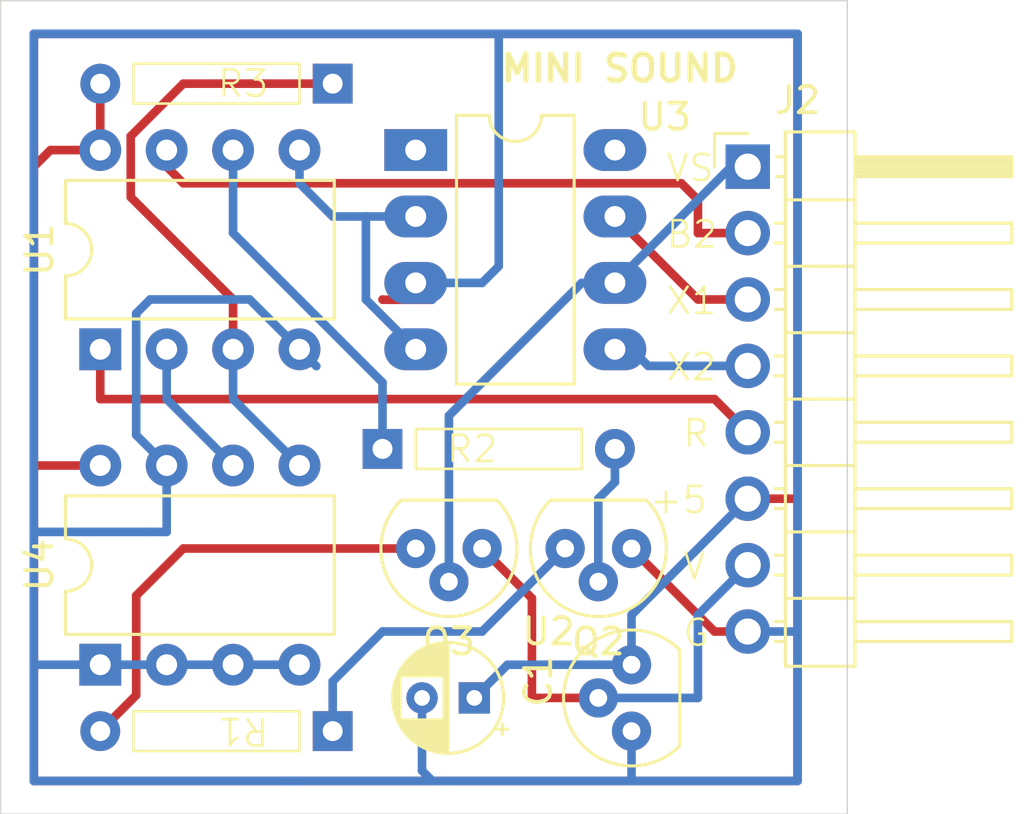
<source format=kicad_pcb>
(kicad_pcb (version 20240108) (generator "pcbnew") (generator_version "8.0")
  (layers (0 "F.Cu" signal) (31 "B.Cu" signal) (34 "B.Paste" user) (35 "F.Paste" user) (36 "B.SilkS" user "B.Silkscreen") (37 "F.SilkS" user "F.Silkscreen") (38 "B.Mask" user) (39 "F.Mask" user) (44 "Edge.Cuts" user))
  (net 0 "")
  (net 1 "Net-(U1-XTAL1{slash}PB3)")
  (net 2 "Net-(U1-XTAL2{slash}PB4)")
  (net 3 "Net-(U1-MOSI{slash}PB0)")
  (net 6 "Net-(J2-Pin_6)")
  (net 7 "Net-(J2-Pin_8)")
  (net 8 "Net-(J2-Pin_3)")
  (net 9 "Net-(J2-Pin_2)")
  (net 10 "Net-(J2-Pin_5)")
  (net 11 "Net-(J2-Pin_4)")
  (net 12 "Net-(J2-Pin_7)")
  (net 13 "Net-(Q2-B)")
  (net 14 "Net-(Q2-C)")
  (net 15 "Net-(Q3-B)")
  (net 16 "Net-(U1-MISO{slash}PB1)")
  (net 17 "Net-(J2-Pin_1)")
  (footprint "Package_DIP:DIP-8_W7.62mm" (layer "F.Cu") (at 150.495 83.185 90)
    (property "Reference" "U1" (at 3.81 -2.33 -90) (layer "F.SilkS"))
    (property "Value" "ATtiny85P" (hide yes))
    (fp_line (start 6.46 -1.33) (end 4.81 -1.33) (stroke (width 0.12)) (layer "F.SilkS"))
    (fp_line (start 2.81 -1.33) (end 1.16 -1.33) (stroke (width 0.12)) (layer "F.SilkS"))
    (fp_line (start 1.16 -1.33) (end 1.16 8.95) (stroke (width 0.12)) (layer "F.SilkS"))
    (fp_line (start 6.46 8.95) (end 6.46 -1.33) (stroke (width 0.12)) (layer "F.SilkS"))
    (fp_line (start 1.16 8.95) (end 6.46 8.95) (stroke (width 0.12)) (layer "F.SilkS"))
    (fp_arc (start 4.81 -1.33) (mid 3.81 -0.33) (end 2.81 -1.33) (stroke (width 0.12)) (layer "F.SilkS"))
    (pad "1" thru_hole rect (at 0 0 90) (size 1.6 1.6) (drill 0.8) (layers "*.Cu" "*.Mask") (net 10 "Net-(J2-Pin_5)"))
    (pad "2" thru_hole oval (at 0 2.54 90) (size 1.6 1.6) (drill 0.8) (layers "*.Cu" "*.Mask") (net 1 "Net-(U1-XTAL1{slash}PB3)"))
    (pad "3" thru_hole oval (at 0 5.08 90) (size 1.6 1.6) (drill 0.8) (layers "*.Cu" "*.Mask") (net 2 "Net-(U1-XTAL2{slash}PB4)"))
    (pad "4" thru_hole oval (at 0 7.62 90) (size 1.6 1.6) (drill 0.8) (layers "*.Cu" "*.Mask") (net 7 "Net-(J2-Pin_8)"))
    (pad "5" thru_hole oval (at 7.62 7.62 90) (size 1.6 1.6) (drill 0.8) (layers "*.Cu" "*.Mask") (net 3 "Net-(U1-MOSI{slash}PB0)"))
    (pad "6" thru_hole oval (at 7.62 5.08 90) (size 1.6 1.6) (drill 0.8) (layers "*.Cu" "*.Mask") (net 16 "Net-(U1-MISO{slash}PB1)"))
    (pad "7" thru_hole oval (at 7.62 2.54 90) (size 1.6 1.6) (drill 0.8) (layers "*.Cu" "*.Mask") (net 9 "Net-(J2-Pin_2)"))
    (pad "8" thru_hole oval (at 7.62 0 90) (size 1.6 1.6) (drill 0.8) (layers "*.Cu" "*.Mask") (net 6 "Net-(J2-Pin_6)"))
  )
  (footprint "0_Footprint:DIP-8_W_7.62mm" (layer "F.Cu") (at 150.495 95.25 90)
    (property "Reference" "U4" (at 3.81 -2.33 -90) (layer "F.SilkS"))
    (property "Value" "24LC512P" (hide yes))
    (fp_line (start 6.46 -1.33) (end 4.81 -1.33) (stroke (width 0.12)) (layer "F.SilkS"))
    (fp_line (start 2.81 -1.33) (end 1.16 -1.33) (stroke (width 0.12)) (layer "F.SilkS"))
    (fp_line (start 1.16 -1.33) (end 1.16 8.95) (stroke (width 0.12)) (layer "F.SilkS"))
    (fp_line (start 6.46 8.95) (end 6.46 -1.33) (stroke (width 0.12)) (layer "F.SilkS"))
    (fp_line (start 1.16 8.95) (end 6.46 8.95) (stroke (width 0.12)) (layer "F.SilkS"))
    (fp_arc (start 4.81 -1.33) (mid 3.81 -0.33) (end 2.81 -1.33) (stroke (width 0.12)) (layer "F.SilkS"))
    (pad "1" thru_hole rect (at 0 0 90) (size 1.6 1.6) (drill 0.8) (layers "*.Cu" "*.Mask") (net 7 "Net-(J2-Pin_8)"))
    (pad "2" thru_hole oval (at 0 2.54 90) (size 1.6 1.6) (drill 0.8) (layers "*.Cu" "*.Mask") (net 7 "Net-(J2-Pin_8)"))
    (pad "3" thru_hole oval (at 0 5.08 90) (size 1.6 1.6) (drill 0.8) (layers "*.Cu" "*.Mask") (net 7 "Net-(J2-Pin_8)"))
    (pad "4" thru_hole oval (at 0 7.62 90) (size 1.6 1.6) (drill 0.8) (layers "*.Cu" "*.Mask") (net 7 "Net-(J2-Pin_8)"))
    (pad "5" thru_hole oval (at 7.62 7.62 90) (size 1.6 1.6) (drill 0.8) (layers "*.Cu" "*.Mask") (net 2 "Net-(U1-XTAL2{slash}PB4)"))
    (pad "6" thru_hole oval (at 7.62 5.08 90) (size 1.6 1.6) (drill 0.8) (layers "*.Cu" "*.Mask") (net 1 "Net-(U1-XTAL1{slash}PB3)"))
    (pad "7" thru_hole oval (at 7.62 2.54 90) (size 1.6 1.6) (drill 0.8) (layers "*.Cu" "*.Mask") (net 7 "Net-(J2-Pin_8)"))
    (pad "8" thru_hole oval (at 7.62 0 90) (size 1.6 1.6) (drill 0.8) (layers "*.Cu" "*.Mask") (net 6 "Net-(J2-Pin_6)"))
  )
  (footprint "0_Footprint:TO-92X" (layer "F.Cu") (at 170.815 90.805 180)
    (property "Reference" "Q2" (at 1.27 -3.56 180) (layer "F.SilkS"))
    (property "Value" "2N3904-F" (hide yes))
    (fp_line (start -0.53 1.85) (end 3.07 1.85) (stroke (width 0.12)) (layer "F.SilkS"))
    (fp_arc (start 1.27 -2.6) (mid 3.672087 -0.994977) (end 3.108478 1.838478) (stroke (width 0.12)) (layer "F.SilkS"))
    (fp_arc (start -0.568478 1.838478) (mid -1.132087 -0.994977) (end 1.27 -2.6) (stroke (width 0.12)) (layer "F.SilkS"))
    (pad "1" thru_hole circle (at 0 0 180) (size 1.5 1.5) (drill 0.68) (layers "*.Cu" "*.Mask") (net 7 "Net-(J2-Pin_8)"))
    (pad "2" thru_hole circle (at 1.27 -1.27 180) (size 1.5 1.5) (drill 0.68) (layers "*.Cu" "*.Mask") (net 13 "Net-(Q2-B)"))
    (pad "3" thru_hole circle (at 2.54 0 180) (size 1.5 1.5) (drill 0.68) (layers "*.Cu" "*.Mask") (net 14 "Net-(Q2-C)"))
  )
  (footprint "Package_DIP:DIP-8_W7.62mm_LongPads" (layer "F.Cu") (at 162.56 75.565)
    (property "Reference" "U3" (at 9.525 -1.27 0) (layer "F.SilkS"))
    (property "Value" "TC4428" (hide yes))
    (fp_line (start 1.56 -1.33) (end 1.56 8.95) (stroke (width 0.12)) (layer "F.SilkS"))
    (fp_line (start 1.56 8.95) (end 6.06 8.95) (stroke (width 0.12)) (layer "F.SilkS"))
    (fp_line (start 2.81 -1.33) (end 1.56 -1.33) (stroke (width 0.12)) (layer "F.SilkS"))
    (fp_line (start 6.06 -1.33) (end 4.81 -1.33) (stroke (width 0.12)) (layer "F.SilkS"))
    (fp_line (start 6.06 8.95) (end 6.06 -1.33) (stroke (width 0.12)) (layer "F.SilkS"))
    (fp_arc (start 4.81 -1.33) (mid 3.81 -0.33) (end 2.81 -1.33) (stroke (width 0.12)) (layer "F.SilkS"))
    (pad "1" thru_hole rect (at 0 0) (size 2.4 1.6) (drill 0.8) (layers "*.Cu" "*.Mask"))
    (pad "2" thru_hole oval (at 0 2.54) (size 2.4 1.6) (drill 0.8) (layers "*.Cu" "*.Mask") (net 3 "Net-(U1-MOSI{slash}PB0)"))
    (pad "3" thru_hole oval (at 0 5.08) (size 2.4 1.6) (drill 0.8) (layers "*.Cu" "*.Mask") (net 7 "Net-(J2-Pin_8)"))
    (pad "4" thru_hole oval (at 0 7.62) (size 2.4 1.6) (drill 0.8) (layers "*.Cu" "*.Mask") (net 3 "Net-(U1-MOSI{slash}PB0)"))
    (pad "5" thru_hole oval (at 7.62 7.62) (size 2.4 1.6) (drill 0.8) (layers "*.Cu" "*.Mask") (net 11 "Net-(J2-Pin_4)"))
    (pad "6" thru_hole oval (at 7.62 5.08) (size 2.4 1.6) (drill 0.8) (layers "*.Cu" "*.Mask") (net 17 "Net-(J2-Pin_1)"))
    (pad "7" thru_hole oval (at 7.62 2.54) (size 2.4 1.6) (drill 0.8) (layers "*.Cu" "*.Mask") (net 8 "Net-(J2-Pin_3)"))
    (pad "8" thru_hole oval (at 7.62 0) (size 2.4 1.6) (drill 0.8) (layers "*.Cu" "*.Mask"))
  )
  (footprint "Capacitor_THT:CP_Radial_D4.0mm_P2.00mm" (layer "F.Cu") (at 164.8026 96.52 180)
    (property "Reference" "C1" (at -2.445 0.635 -90) (layer "F.SilkS"))
    (property "Value" "CP_Small" (hide yes))
    (fp_line (start 3.081 -0.37) (end 3.081 0.37) (stroke (width 0.12)) (layer "F.SilkS"))
    (fp_line (start 3.041 -0.537) (end 3.041 0.537) (stroke (width 0.12)) (layer "F.SilkS"))
    (fp_line (start 3.001 -0.664) (end 3.001 0.664) (stroke (width 0.12)) (layer "F.SilkS"))
    (fp_line (start 2.961 -0.768) (end 2.961 0.768) (stroke (width 0.12)) (layer "F.SilkS"))
    (fp_line (start 2.921 -0.859) (end 2.921 0.859) (stroke (width 0.12)) (layer "F.SilkS"))
    (fp_line (start 2.881 -0.94) (end 2.881 0.94) (stroke (width 0.12)) (layer "F.SilkS"))
    (fp_line (start 2.841 -1.013) (end 2.841 1.013) (stroke (width 0.12)) (layer "F.SilkS"))
    (fp_line (start 2.801 0.84) (end 2.801 1.08) (stroke (width 0.12)) (layer "F.SilkS"))
    (fp_line (start 2.801 -1.08) (end 2.801 -0.84) (stroke (width 0.12)) (layer "F.SilkS"))
    (fp_line (start 2.761 0.84) (end 2.761 1.142) (stroke (width 0.12)) (layer "F.SilkS"))
    (fp_line (start 2.761 -1.142) (end 2.761 -0.84) (stroke (width 0.12)) (layer "F.SilkS"))
    (fp_line (start 2.721 0.84) (end 2.721 1.2) (stroke (width 0.12)) (layer "F.SilkS"))
    (fp_line (start 2.721 -1.2) (end 2.721 -0.84) (stroke (width 0.12)) (layer "F.SilkS"))
    (fp_line (start 2.681 0.84) (end 2.681 1.254) (stroke (width 0.12)) (layer "F.SilkS"))
    (fp_line (start 2.681 -1.254) (end 2.681 -0.84) (stroke (width 0.12)) (layer "F.SilkS"))
    (fp_line (start 2.641 0.84) (end 2.641 1.304) (stroke (width 0.12)) (layer "F.SilkS"))
    (fp_line (start 2.641 -1.304) (end 2.641 -0.84) (stroke (width 0.12)) (layer "F.SilkS"))
    (fp_line (start 2.601 0.84) (end 2.601 1.351) (stroke (width 0.12)) (layer "F.SilkS"))
    (fp_line (start 2.601 -1.351) (end 2.601 -0.84) (stroke (width 0.12)) (layer "F.SilkS"))
    (fp_line (start 2.561 0.84) (end 2.561 1.396) (stroke (width 0.12)) (layer "F.SilkS"))
    (fp_line (start 2.561 -1.396) (end 2.561 -0.84) (stroke (width 0.12)) (layer "F.SilkS"))
    (fp_line (start 2.521 0.84) (end 2.521 1.438) (stroke (width 0.12)) (layer "F.SilkS"))
    (fp_line (start 2.521 -1.438) (end 2.521 -0.84) (stroke (width 0.12)) (layer "F.SilkS"))
    (fp_line (start 2.481 0.84) (end 2.481 1.478) (stroke (width 0.12)) (layer "F.SilkS"))
    (fp_line (start 2.481 -1.478) (end 2.481 -0.84) (stroke (width 0.12)) (layer "F.SilkS"))
    (fp_line (start 2.441 0.84) (end 2.441 1.516) (stroke (width 0.12)) (layer "F.SilkS"))
    (fp_line (start 2.441 -1.516) (end 2.441 -0.84) (stroke (width 0.12)) (layer "F.SilkS"))
    (fp_line (start 2.401 0.84) (end 2.401 1.552) (stroke (width 0.12)) (layer "F.SilkS"))
    (fp_line (start 2.401 -1.552) (end 2.401 -0.84) (stroke (width 0.12)) (layer "F.SilkS"))
    (fp_line (start 2.361 0.84) (end 2.361 1.587) (stroke (width 0.12)) (layer "F.SilkS"))
    (fp_line (start 2.361 -1.587) (end 2.361 -0.84) (stroke (width 0.12)) (layer "F.SilkS"))
    (fp_line (start 2.321 0.84) (end 2.321 1.619) (stroke (width 0.12)) (layer "F.SilkS"))
    (fp_line (start 2.321 -1.619) (end 2.321 -0.84) (stroke (width 0.12)) (layer "F.SilkS"))
    (fp_line (start 2.281 0.84) (end 2.281 1.65) (stroke (width 0.12)) (layer "F.SilkS"))
    (fp_line (start 2.281 -1.65) (end 2.281 -0.84) (stroke (width 0.12)) (layer "F.SilkS"))
    (fp_line (start 2.241 0.84) (end 2.241 1.68) (stroke (width 0.12)) (layer "F.SilkS"))
    (fp_line (start 2.241 -1.68) (end 2.241 -0.84) (stroke (width 0.12)) (layer "F.SilkS"))
    (fp_line (start 2.201 0.84) (end 2.201 1.708) (stroke (width 0.12)) (layer "F.SilkS"))
    (fp_line (start 2.201 -1.708) (end 2.201 -0.84) (stroke (width 0.12)) (layer "F.SilkS"))
    (fp_line (start 2.161 0.84) (end 2.161 1.735) (stroke (width 0.12)) (layer "F.SilkS"))
    (fp_line (start 2.161 -1.735) (end 2.161 -0.84) (stroke (width 0.12)) (layer "F.SilkS"))
    (fp_line (start 2.121 0.84) (end 2.121 1.76) (stroke (width 0.12)) (layer "F.SilkS"))
    (fp_line (start 2.121 -1.76) (end 2.121 -0.84) (stroke (width 0.12)) (layer "F.SilkS"))
    (fp_line (start 2.081 0.84) (end 2.081 1.785) (stroke (width 0.12)) (layer "F.SilkS"))
    (fp_line (start 2.081 -1.785) (end 2.081 -0.84) (stroke (width 0.12)) (layer "F.SilkS"))
    (fp_line (start 2.041 0.84) (end 2.041 1.808) (stroke (width 0.12)) (layer "F.SilkS"))
    (fp_line (start 2.041 -1.808) (end 2.041 -0.84) (stroke (width 0.12)) (layer "F.SilkS"))
    (fp_line (start 2.001 0.84) (end 2.001 1.83) (stroke (width 0.12)) (layer "F.SilkS"))
    (fp_line (start 2.001 -1.83) (end 2.001 -0.84) (stroke (width 0.12)) (layer "F.SilkS"))
    (fp_line (start 1.961 0.84) (end 1.961 1.851) (stroke (width 0.12)) (layer "F.SilkS"))
    (fp_line (start 1.961 -1.851) (end 1.961 -0.84) (stroke (width 0.12)) (layer "F.SilkS"))
    (fp_line (start 1.921 0.84) (end 1.921 1.87) (stroke (width 0.12)) (layer "F.SilkS"))
    (fp_line (start 1.921 -1.87) (end 1.921 -0.84) (stroke (width 0.12)) (layer "F.SilkS"))
    (fp_line (start 1.881 0.84) (end 1.881 1.889) (stroke (width 0.12)) (layer "F.SilkS"))
    (fp_line (start 1.881 -1.889) (end 1.881 -0.84) (stroke (width 0.12)) (layer "F.SilkS"))
    (fp_line (start 1.841 0.84) (end 1.841 1.907) (stroke (width 0.12)) (layer "F.SilkS"))
    (fp_line (start 1.841 -1.907) (end 1.841 -0.84) (stroke (width 0.12)) (layer "F.SilkS"))
    (fp_line (start 1.801 0.84) (end 1.801 1.924) (stroke (width 0.12)) (layer "F.SilkS"))
    (fp_line (start 1.801 -1.924) (end 1.801 -0.84) (stroke (width 0.12)) (layer "F.SilkS"))
    (fp_line (start 1.761 0.84) (end 1.761 1.94) (stroke (width 0.12)) (layer "F.SilkS"))
    (fp_line (start 1.761 -1.94) (end 1.761 -0.84) (stroke (width 0.12)) (layer "F.SilkS"))
    (fp_line (start 1.721 0.84) (end 1.721 1.954) (stroke (width 0.12)) (layer "F.SilkS"))
    (fp_line (start 1.721 -1.954) (end 1.721 -0.84) (stroke (width 0.12)) (layer "F.SilkS"))
    (fp_line (start 1.68 0.84) (end 1.68 1.968) (stroke (width 0.12)) (layer "F.SilkS"))
    (fp_line (start 1.68 -1.968) (end 1.68 -0.84) (stroke (width 0.12)) (layer "F.SilkS"))
    (fp_line (start 1.64 0.84) (end 1.64 1.982) (stroke (width 0.12)) (layer "F.SilkS"))
    (fp_line (start 1.64 -1.982) (end 1.64 -0.84) (stroke (width 0.12)) (layer "F.SilkS"))
    (fp_line (start 1.6 0.84) (end 1.6 1.994) (stroke (width 0.12)) (layer "F.SilkS"))
    (fp_line (start 1.6 -1.994) (end 1.6 -0.84) (stroke (width 0.12)) (layer "F.SilkS"))
    (fp_line (start 1.56 0.84) (end 1.56 2.005) (stroke (width 0.12)) (layer "F.SilkS"))
    (fp_line (start 1.56 -2.005) (end 1.56 -0.84) (stroke (width 0.12)) (layer "F.SilkS"))
    (fp_line (start 1.52 0.84) (end 1.52 2.016) (stroke (width 0.12)) (layer "F.SilkS"))
    (fp_line (start 1.52 -2.016) (end 1.52 -0.84) (stroke (width 0.12)) (layer "F.SilkS"))
    (fp_line (start 1.48 0.84) (end 1.48 2.025) (stroke (width 0.12)) (layer "F.SilkS"))
    (fp_line (start 1.48 -2.025) (end 1.48 -0.84) (stroke (width 0.12)) (layer "F.SilkS"))
    (fp_line (start 1.44 0.84) (end 1.44 2.034) (stroke (width 0.12)) (layer "F.SilkS"))
    (fp_line (start 1.44 -2.034) (end 1.44 -0.84) (stroke (width 0.12)) (layer "F.SilkS"))
    (fp_line (start 1.4 0.84) (end 1.4 2.042) (stroke (width 0.12)) (layer "F.SilkS"))
    (fp_line (start 1.4 -2.042) (end 1.4 -0.84) (stroke (width 0.12)) (layer "F.SilkS"))
    (fp_line (start 1.36 0.84) (end 1.36 2.05) (stroke (width 0.12)) (layer "F.SilkS"))
    (fp_line (start 1.36 -2.05) (end 1.36 -0.84) (stroke (width 0.12)) (layer "F.SilkS"))
    (fp_line (start 1.32 0.84) (end 1.32 2.056) (stroke (width 0.12)) (layer "F.SilkS"))
    (fp_line (start 1.32 -2.056) (end 1.32 -0.84) (stroke (width 0.12)) (layer "F.SilkS"))
    (fp_line (start 1.28 0.84) (end 1.28 2.062) (stroke (width 0.12)) (layer "F.SilkS"))
    (fp_line (start 1.28 -2.062) (end 1.28 -0.84) (stroke (width 0.12)) (layer "F.SilkS"))
    (fp_line (start 1.24 0.84) (end 1.24 2.067) (stroke (width 0.12)) (layer "F.SilkS"))
    (fp_line (start 1.24 -2.067) (end 1.24 -0.84) (stroke (width 0.12)) (layer "F.SilkS"))
    (fp_line (start 1.2 0.84) (end 1.2 2.071) (stroke (width 0.12)) (layer "F.SilkS"))
    (fp_line (start 1.2 -2.071) (end 1.2 -0.84) (stroke (width 0.12)) (layer "F.SilkS"))
    (fp_line (start 1.16 -2.074) (end 1.16 2.074) (stroke (width 0.12)) (layer "F.SilkS"))
    (fp_line (start 1.12 -2.077) (end 1.12 2.077) (stroke (width 0.12)) (layer "F.SilkS"))
    (fp_line (start 1.08 -2.079) (end 1.08 2.079) (stroke (width 0.12)) (layer "F.SilkS"))
    (fp_line (start 1.04 -2.08) (end 1.04 2.08) (stroke (width 0.12)) (layer "F.SilkS"))
    (fp_line (start 1 -2.08) (end 1 2.08) (stroke (width 0.12)) (layer "F.SilkS"))
    (fp_line (start -1.069801 -1.395) (end -1.069801 -0.995) (stroke (width 0.12)) (layer "F.SilkS"))
    (fp_line (start -1.269801 -1.195) (end -0.869801 -1.195) (stroke (width 0.12)) (layer "F.SilkS"))
    (fp_circle (center 1 0) (end 3.12 0) (stroke (width 0.12)) (fill none) (layer "F.SilkS"))
    (pad "1" thru_hole rect (at 0 0 180) (size 1.2 1.2) (drill 0.6) (layers "*.Cu" "*.Mask") (net 6 "Net-(J2-Pin_6)"))
    (pad "2" thru_hole circle (at 2 0 180) (size 1.2 1.2) (drill 0.6) (layers "*.Cu" "*.Mask") (net 7 "Net-(J2-Pin_8)"))
  )
  (footprint "0_Footprint:TO-92X" (layer "F.Cu") (at 170.815 97.79 90)
    (property "Reference" "U2" (at 3.81 -3.175 0) (layer "F.SilkS"))
    (property "Value" "MCP1702-5" (hide yes))
    (fp_line (start -0.53 1.85) (end 3.07 1.85) (stroke (width 0.12)) (layer "F.SilkS"))
    (fp_arc (start 1.27 -2.6) (mid 3.672087 -0.994977) (end 3.108478 1.838478) (stroke (width 0.12)) (layer "F.SilkS"))
    (fp_arc (start -0.568478 1.838478) (mid -1.132087 -0.994977) (end 1.27 -2.6) (stroke (width 0.12)) (layer "F.SilkS"))
    (pad "1" thru_hole circle (at 0 0 90) (size 1.5 1.5) (drill 0.68) (layers "*.Cu" "*.Mask") (net 7 "Net-(J2-Pin_8)"))
    (pad "2" thru_hole circle (at 1.27 -1.27 90) (size 1.5 1.5) (drill 0.68) (layers "*.Cu" "*.Mask") (net 12 "Net-(J2-Pin_7)"))
    (pad "3" thru_hole circle (at 2.54 0 90) (size 1.5 1.5) (drill 0.68) (layers "*.Cu" "*.Mask") (net 6 "Net-(J2-Pin_6)"))
  )
  (footprint "0_Footprint:QWSlim" (layer "F.Cu") (at 159.385 73.025 180)
    (property "Reference" "R3" (at 3.429 0 0) (layer "F.SilkS") (effects (font (thickness 0.1))))
    (property "Value" "Resistor" (hide yes))
    (fp_rect (start 1.27 -0.762) (end 7.62 0.762) (stroke (width 0.1)) (fill none) (layer "F.SilkS"))
    (pad "1" thru_hole rect (at 0 0 180) (size 1.524 1.524) (drill 0.762) (layers "*.Cu" "*.Mask") (net 2 "Net-(U1-XTAL2{slash}PB4)"))
    (pad "2" thru_hole circle (at 8.89 0 180) (size 1.524 1.524) (drill 0.762) (layers "*.Cu" "*.Mask") (net 6 "Net-(J2-Pin_6)"))
  )
  (footprint "0_Footprint:QWSlim" (layer "F.Cu") (at 161.29 86.995)
    (property "Reference" "R2" (at 3.429 0 0) (layer "F.SilkS") (effects (font (thickness 0.1))))
    (property "Value" "Resistor" (hide yes))
    (fp_rect (start 1.27 -0.762) (end 7.62 0.762) (stroke (width 0.1)) (fill none) (layer "F.SilkS"))
    (pad "1" thru_hole rect (at 0 0) (size 1.524 1.524) (drill 0.762) (layers "*.Cu" "*.Mask") (net 16 "Net-(U1-MISO{slash}PB1)"))
    (pad "2" thru_hole circle (at 8.89 0) (size 1.524 1.524) (drill 0.762) (layers "*.Cu" "*.Mask") (net 13 "Net-(Q2-B)"))
  )
  (footprint "0_Footprint:TO-92X" (layer "F.Cu") (at 165.1 90.805 180)
    (property "Reference" "Q3" (at 1.27 -3.56 180) (layer "F.SilkS"))
    (property "Value" "KSA928" (hide yes))
    (fp_line (start -0.53 1.85) (end 3.07 1.85) (stroke (width 0.12)) (layer "F.SilkS"))
    (fp_arc (start 1.27 -2.6) (mid 3.672087 -0.994977) (end 3.108478 1.838478) (stroke (width 0.12)) (layer "F.SilkS"))
    (fp_arc (start -0.568478 1.838478) (mid -1.132087 -0.994977) (end 1.27 -2.6) (stroke (width 0.12)) (layer "F.SilkS"))
    (pad "1" thru_hole circle (at 0 0 180) (size 1.5 1.5) (drill 0.68) (layers "*.Cu" "*.Mask") (net 12 "Net-(J2-Pin_7)"))
    (pad "2" thru_hole circle (at 1.27 -1.27 180) (size 1.5 1.5) (drill 0.68) (layers "*.Cu" "*.Mask") (net 17 "Net-(J2-Pin_1)"))
    (pad "3" thru_hole circle (at 2.54 0 180) (size 1.5 1.5) (drill 0.68) (layers "*.Cu" "*.Mask") (net 15 "Net-(Q3-B)"))
  )
  (footprint "0_Footprint:QWSlim" (layer "F.Cu") (at 159.385 97.79 180)
    (property "Reference" "R1" (at 3.429 0 180) (layer "F.SilkS") (effects (font (thickness 0.1))))
    (property "Value" "Resistor" (hide yes))
    (fp_rect (start 1.27 -0.762) (end 7.62 0.762) (stroke (width 0.1)) (fill none) (layer "F.SilkS"))
    (pad "1" thru_hole rect (at 0 0 180) (size 1.524 1.524) (drill 0.762) (layers "*.Cu" "*.Mask") (net 14 "Net-(Q2-C)"))
    (pad "2" thru_hole circle (at 8.89 0 180) (size 1.524 1.524) (drill 0.762) (layers "*.Cu" "*.Mask") (net 15 "Net-(Q3-B)"))
  )
  (footprint "Connector_PinHeader_2.54mm:PinHeader_1x08_P2.54mm_Horizontal" (layer "F.Cu") (at 175.26 76.2)
    (property "Reference" "J2" (at 1.905 -2.54 0) (layer "F.SilkS"))
    (property "Value" "Conn_01x08_H" (hide yes))
    (fp_line (start -1.27 -1.27) (end 0 -1.27) (stroke (width 0.12)) (layer "F.SilkS"))
    (fp_line (start -1.27 0) (end -1.27 -1.27) (stroke (width 0.12)) (layer "F.SilkS"))
    (fp_line (start 1.042929 2.16) (end 1.44 2.16) (stroke (width 0.12)) (layer "F.SilkS"))
    (fp_line (start 1.042929 2.92) (end 1.44 2.92) (stroke (width 0.12)) (layer "F.SilkS"))
    (fp_line (start 1.042929 4.7) (end 1.44 4.7) (stroke (width 0.12)) (layer "F.SilkS"))
    (fp_line (start 1.042929 5.46) (end 1.44 5.46) (stroke (width 0.12)) (layer "F.SilkS"))
    (fp_line (start 1.042929 7.24) (end 1.44 7.24) (stroke (width 0.12)) (layer "F.SilkS"))
    (fp_line (start 1.042929 8) (end 1.44 8) (stroke (width 0.12)) (layer "F.SilkS"))
    (fp_line (start 1.042929 9.78) (end 1.44 9.78) (stroke (width 0.12)) (layer "F.SilkS"))
    (fp_line (start 1.042929 10.54) (end 1.44 10.54) (stroke (width 0.12)) (layer "F.SilkS"))
    (fp_line (start 1.042929 12.32) (end 1.44 12.32) (stroke (width 0.12)) (layer "F.SilkS"))
    (fp_line (start 1.042929 13.08) (end 1.44 13.08) (stroke (width 0.12)) (layer "F.SilkS"))
    (fp_line (start 1.042929 14.86) (end 1.44 14.86) (stroke (width 0.12)) (layer "F.SilkS"))
    (fp_line (start 1.042929 15.62) (end 1.44 15.62) (stroke (width 0.12)) (layer "F.SilkS"))
    (fp_line (start 1.042929 17.4) (end 1.44 17.4) (stroke (width 0.12)) (layer "F.SilkS"))
    (fp_line (start 1.042929 18.16) (end 1.44 18.16) (stroke (width 0.12)) (layer "F.SilkS"))
    (fp_line (start 1.11 -0.38) (end 1.44 -0.38) (stroke (width 0.12)) (layer "F.SilkS"))
    (fp_line (start 1.11 0.38) (end 1.44 0.38) (stroke (width 0.12)) (layer "F.SilkS"))
    (fp_line (start 1.44 -1.33) (end 1.44 19.11) (stroke (width 0.12)) (layer "F.SilkS"))
    (fp_line (start 1.44 1.27) (end 4.1 1.27) (stroke (width 0.12)) (layer "F.SilkS"))
    (fp_line (start 1.44 3.81) (end 4.1 3.81) (stroke (width 0.12)) (layer "F.SilkS"))
    (fp_line (start 1.44 6.35) (end 4.1 6.35) (stroke (width 0.12)) (layer "F.SilkS"))
    (fp_line (start 1.44 8.89) (end 4.1 8.89) (stroke (width 0.12)) (layer "F.SilkS"))
    (fp_line (start 1.44 11.43) (end 4.1 11.43) (stroke (width 0.12)) (layer "F.SilkS"))
    (fp_line (start 1.44 13.97) (end 4.1 13.97) (stroke (width 0.12)) (layer "F.SilkS"))
    (fp_line (start 1.44 16.51) (end 4.1 16.51) (stroke (width 0.12)) (layer "F.SilkS"))
    (fp_line (start 1.44 19.11) (end 4.1 19.11) (stroke (width 0.12)) (layer "F.SilkS"))
    (fp_line (start 4.1 -1.33) (end 1.44 -1.33) (stroke (width 0.12)) (layer "F.SilkS"))
    (fp_line (start 4.1 -0.38) (end 10.1 -0.38) (stroke (width 0.12)) (layer "F.SilkS"))
    (fp_line (start 4.1 -0.32) (end 10.1 -0.32) (stroke (width 0.12)) (layer "F.SilkS"))
    (fp_line (start 4.1 -0.2) (end 10.1 -0.2) (stroke (width 0.12)) (layer "F.SilkS"))
    (fp_line (start 4.1 -0.08) (end 10.1 -0.08) (stroke (width 0.12)) (layer "F.SilkS"))
    (fp_line (start 4.1 0.04) (end 10.1 0.04) (stroke (width 0.12)) (layer "F.SilkS"))
    (fp_line (start 4.1 0.16) (end 10.1 0.16) (stroke (width 0.12)) (layer "F.SilkS"))
    (fp_line (start 4.1 0.28) (end 10.1 0.28) (stroke (width 0.12)) (layer "F.SilkS"))
    (fp_line (start 4.1 2.16) (end 10.1 2.16) (stroke (width 0.12)) (layer "F.SilkS"))
    (fp_line (start 4.1 4.7) (end 10.1 4.7) (stroke (width 0.12)) (layer "F.SilkS"))
    (fp_line (start 4.1 7.24) (end 10.1 7.24) (stroke (width 0.12)) (layer "F.SilkS"))
    (fp_line (start 4.1 9.78) (end 10.1 9.78) (stroke (width 0.12)) (layer "F.SilkS"))
    (fp_line (start 4.1 12.32) (end 10.1 12.32) (stroke (width 0.12)) (layer "F.SilkS"))
    (fp_line (start 4.1 14.86) (end 10.1 14.86) (stroke (width 0.12)) (layer "F.SilkS"))
    (fp_line (start 4.1 17.4) (end 10.1 17.4) (stroke (width 0.12)) (layer "F.SilkS"))
    (fp_line (start 4.1 19.11) (end 4.1 -1.33) (stroke (width 0.12)) (layer "F.SilkS"))
    (fp_line (start 10.1 -0.38) (end 10.1 0.38) (stroke (width 0.12)) (layer "F.SilkS"))
    (fp_line (start 10.1 0.38) (end 4.1 0.38) (stroke (width 0.12)) (layer "F.SilkS"))
    (fp_line (start 10.1 2.16) (end 10.1 2.92) (stroke (width 0.12)) (layer "F.SilkS"))
    (fp_line (start 10.1 2.92) (end 4.1 2.92) (stroke (width 0.12)) (layer "F.SilkS"))
    (fp_line (start 10.1 4.7) (end 10.1 5.46) (stroke (width 0.12)) (layer "F.SilkS"))
    (fp_line (start 10.1 5.46) (end 4.1 5.46) (stroke (width 0.12)) (layer "F.SilkS"))
    (fp_line (start 10.1 7.24) (end 10.1 8) (stroke (width 0.12)) (layer "F.SilkS"))
    (fp_line (start 10.1 8) (end 4.1 8) (stroke (width 0.12)) (layer "F.SilkS"))
    (fp_line (start 10.1 9.78) (end 10.1 10.54) (stroke (width 0.12)) (layer "F.SilkS"))
    (fp_line (start 10.1 10.54) (end 4.1 10.54) (stroke (width 0.12)) (layer "F.SilkS"))
    (fp_line (start 10.1 12.32) (end 10.1 13.08) (stroke (width 0.12)) (layer "F.SilkS"))
    (fp_line (start 10.1 13.08) (end 4.1 13.08) (stroke (width 0.12)) (layer "F.SilkS"))
    (fp_line (start 10.1 14.86) (end 10.1 15.62) (stroke (width 0.12)) (layer "F.SilkS"))
    (fp_line (start 10.1 15.62) (end 4.1 15.62) (stroke (width 0.12)) (layer "F.SilkS"))
    (fp_line (start 10.1 17.4) (end 10.1 18.16) (stroke (width 0.12)) (layer "F.SilkS"))
    (fp_line (start 10.1 18.16) (end 4.1 18.16) (stroke (width 0.12)) (layer "F.SilkS"))
    (pad "1" thru_hole rect (at 0 0) (size 1.7 1.7) (drill 1) (layers "*.Cu" "*.Mask") (net 17 "Net-(J2-Pin_1)"))
    (pad "2" thru_hole oval (at 0 2.54) (size 1.7 1.7) (drill 1) (layers "*.Cu" "*.Mask") (net 9 "Net-(J2-Pin_2)"))
    (pad "3" thru_hole oval (at 0 5.08) (size 1.7 1.7) (drill 1) (layers "*.Cu" "*.Mask") (net 8 "Net-(J2-Pin_3)"))
    (pad "4" thru_hole oval (at 0 7.62) (size 1.7 1.7) (drill 1) (layers "*.Cu" "*.Mask") (net 11 "Net-(J2-Pin_4)"))
    (pad "5" thru_hole oval (at 0 10.16) (size 1.7 1.7) (drill 1) (layers "*.Cu" "*.Mask") (net 10 "Net-(J2-Pin_5)"))
    (pad "6" thru_hole oval (at 0 12.7) (size 1.7 1.7) (drill 1) (layers "*.Cu" "*.Mask") (net 6 "Net-(J2-Pin_6)"))
    (pad "7" thru_hole oval (at 0 15.24) (size 1.7 1.7) (drill 1) (layers "*.Cu" "*.Mask") (net 12 "Net-(J2-Pin_7)"))
    (pad "8" thru_hole oval (at 0 17.78) (size 1.7 1.7) (drill 1) (layers "*.Cu" "*.Mask") (net 7 "Net-(J2-Pin_8)"))
  )
  (gr_line (start 179.07 69.85) (end 179.07 100.965) (stroke (width 0.05)) (layer "Edge.Cuts"))
  (gr_line (start 146.685 69.85) (end 179.07 69.85) (stroke (width 0.05)) (layer "Edge.Cuts"))
  (gr_line (start 146.685 100.965) (end 146.685 69.85) (stroke (width 0.05)) (layer "Edge.Cuts"))
  (gr_line (start 179.07 100.965) (end 146.685 100.965) (stroke (width 0.05)) (layer "Edge.Cuts"))
  (gr_text "VS" (at 172.085 76.835 0) (layer "F.SilkS") (effects (font (size 1 1) (thickness 0.1)) (justify left bottom)))
  (gr_text "X2" (at 172.085 84.455 0) (layer "F.SilkS") (effects (font (size 1 1) (thickness 0.1)) (justify left bottom)))
  (gr_text "MINI SOUND" (at 165.735 73.025 0) (layer "F.SilkS") (effects (font (size 1 1) (thickness 0.2) (bold yes)) (justify left bottom)))
  (gr_text "B2" (at 172.085 79.375 0) (layer "F.SilkS") (effects (font (size 1 1) (thickness 0.1)) (justify left bottom)))
  (gr_text "X1" (at 172.085 81.915 0) (layer "F.SilkS") (effects (font (size 1 1) (thickness 0.1)) (justify left bottom)))
  (gr_text "G" (at 172.72 94.615 0) (layer "F.SilkS") (effects (font (size 1 1) (thickness 0.1)) (justify left bottom)))
  (gr_text "V" (at 172.72 92.075 0) (layer "F.SilkS") (effects (font (size 1 1) (thickness 0.1)) (justify left bottom)))
  (gr_text "R" (at 172.72 86.995 0) (layer "F.SilkS") (effects (font (size 1 1) (thickness 0.1)) (justify left bottom)))
  (gr_text "+5" (at 171.45 89.535 0) (layer "F.SilkS") (effects (font (size 1 1) (thickness 0.1)) (justify left bottom)))
  (segment (start 153.035 85.09) (end 155.575 87.63) (width 0.3302) (layer "B.Cu") (net 1))
  (segment (start 153.035 83.185) (end 153.035 85.09) (width 0.3302) (layer "B.Cu") (net 1))
  (segment (start 155.575 81.28) (end 151.6601 77.3651) (width 0.3302) (layer "F.Cu") (net 2))
  (segment (start 153.67 73.025) (end 159.385 73.025) (width 0.3302) (layer "F.Cu") (net 2))
  (segment (start 151.6601 75.0349) (end 153.67 73.025) (width 0.3302) (layer "F.Cu") (net 2))
  (segment (start 155.575 83.185) (end 155.575 81.28) (width 0.3302) (layer "F.Cu") (net 2))
  (segment (start 151.6601 77.3651) (end 151.6601 75.0349) (width 0.3302) (layer "F.Cu") (net 2))
  (segment (start 155.575 85.09) (end 158.115 87.63) (width 0.3302) (layer "B.Cu") (net 2))
  (segment (start 155.575 83.185) (end 155.575 85.09) (width 0.3302) (layer "B.Cu") (net 2))
  (segment (start 160.655 78.105) (end 162.56 78.105) (width 0.3302) (layer "B.Cu") (net 3))
  (segment (start 159.385 78.105) (end 160.655 78.105) (width 0.3302) (layer "B.Cu") (net 3))
  (segment (start 158.115 76.835) (end 159.385 78.105) (width 0.3302) (layer "B.Cu") (net 3))
  (segment (start 160.655 81.28) (end 162.56 83.185) (width 0.3302) (layer "B.Cu") (net 3))
  (segment (start 158.115 75.565) (end 158.115 76.835) (width 0.3302) (layer "B.Cu") (net 3))
  (segment (start 160.655 78.105) (end 160.655 81.28) (width 0.3302) (layer "B.Cu") (net 3))
  (segment (start 147.955 76.2) (end 148.59 75.565) (width 0.3302) (layer "F.Cu") (net 6))
  (segment (start 177.165 88.9) (end 177.165 99.695) (width 0.3302) (layer "F.Cu") (net 6))
  (segment (start 175.26 88.9) (end 175.895 88.9) (width 0.3302) (layer "F.Cu") (net 6))
  (segment (start 175.895 88.9) (end 177.165 88.9) (width 0.3302) (layer "F.Cu") (net 6))
  (segment (start 147.955 71.12) (end 147.955 76.2) (width 0.3302) (layer "F.Cu") (net 6))
  (segment (start 147.955 99.695) (end 147.955 87.63) (width 0.3302) (layer "F.Cu") (net 6))
  (segment (start 147.955 87.63) (end 147.955 76.2) (width 0.3302) (layer "F.Cu") (net 6))
  (segment (start 150.495 73.025) (end 150.495 75.565) (width 0.3302) (layer "F.Cu") (net 6))
  (segment (start 148.59 75.565) (end 150.495 75.565) (width 0.3302) (layer "F.Cu") (net 6))
  (segment (start 177.165 71.12) (end 147.955 71.12) (width 0.3302) (layer "F.Cu") (net 6))
  (segment (start 150.495 87.63) (end 147.955 87.63) (width 0.3302) (layer "F.Cu") (net 6))
  (segment (start 177.165 99.695) (end 147.955 99.695) (width 0.3302) (layer "F.Cu") (net 6))
  (segment (start 164.8026 96.52) (end 165.1 96.52) (width 0.3302) (layer "F.Cu") (net 6))
  (segment (start 177.165 88.9) (end 177.165 71.12) (width 0.3302) (layer "F.Cu") (net 6))
  (segment (start 166.0726 95.25) (end 164.8026 96.52) (width 0.3302) (layer "B.Cu") (net 6))
  (segment (start 170.815 95.25) (end 166.0726 95.25) (width 0.3302) (layer "B.Cu") (net 6))
  (segment (start 170.815 93.345) (end 175.26 88.9) (width 0.3302) (layer "B.Cu") (net 6))
  (segment (start 170.815 95.25) (end 170.815 93.345) (width 0.3302) (layer "B.Cu") (net 6))
  (segment (start 161.29 81.28) (end 161.3 81.29) (width 0.3302) (layer "F.Cu") (net 7))
  (segment (start 161.3 81.29) (end 163.18 81.29) (width 0.3302) (layer "F.Cu") (net 7))
  (segment (start 173.99 93.98) (end 175.26 93.98) (width 0.3302) (layer "F.Cu") (net 7))
  (segment (start 170.815 90.805) (end 173.99 93.98) (width 0.3302) (layer "F.Cu") (net 7))
  (segment (start 170.815 97.79) (end 170.815 99.695) (width 0.3302) (layer "B.Cu") (net 7))
  (segment (start 163.18 81.29) (end 163.185 81.29) (width 0.3302) (layer "B.Cu") (net 7))
  (segment (start 147.955 95.25) (end 147.955 90.17) (width 0.3302) (layer "B.Cu") (net 7))
  (segment (start 152.4 81.28) (end 156.21 81.28) (width 0.3302) (layer "B.Cu") (net 7))
  (segment (start 153.035 95.25) (end 158.115 95.25) (width 0.3302) (layer "B.Cu") (net 7))
  (segment (start 147.955 71.12) (end 165.735 71.12) (width 0.3302) (layer "B.Cu") (net 7))
  (segment (start 150.495 95.25) (end 147.955 95.25) (width 0.3302) (layer "B.Cu") (net 7))
  (segment (start 158.76 83.83) (end 158.115 83.185) (width 0.3302) (layer "B.Cu") (net 7))
  (segment (start 163.185 81.29) (end 163.195 81.28) (width 0.3302) (layer "B.Cu") (net 7))
  (segment (start 177.165 99.695) (end 170.815 99.695) (width 0.3302) (layer "B.Cu") (net 7))
  (segment (start 156.21 81.28) (end 158.115 83.185) (width 0.3302) (layer "B.Cu") (net 7))
  (segment (start 158.115 99.695) (end 147.955 99.695) (width 0.3302) (layer "B.Cu") (net 7))
  (segment (start 162.8026 96.52) (end 162.8026 99.3026) (width 0.3302) (layer "B.Cu") (net 7))
  (segment (start 163.83 99.695) (end 163.195 99.695) (width 0.3302) (layer "B.Cu") (net 7))
  (segment (start 163.195 99.695) (end 157.48 99.695) (width 0.3302) (layer "B.Cu") (net 7))
  (segment (start 165.735 71.12) (end 177.165 71.12) (width 0.3302) (layer "B.Cu") (net 7))
  (segment (start 151.8699 86.4649) (end 151.8699 81.8101) (width 0.3302) (layer "B.Cu") (net 7))
  (segment (start 153.035 95.25) (end 150.495 95.25) (width 0.3302) (layer "B.Cu") (net 7))
  (segment (start 170.815 99.695) (end 163.83 99.695) (width 0.3302) (layer "B.Cu") (net 7))
  (segment (start 153.035 90.17) (end 152.4 90.17) (width 0.3302) (layer "B.Cu") (net 7))
  (segment (start 177.165 93.98) (end 177.165 99.695) (width 0.3302) (layer "B.Cu") (net 7))
  (segment (start 147.955 90.17) (end 147.955 71.12) (width 0.3302) (layer "B.Cu") (net 7))
  (segment (start 153.035 87.63) (end 153.035 90.17) (width 0.3302) (layer "B.Cu") (net 7))
  (segment (start 162.56 80.645) (end 165.1 80.645) (width 0.3302) (layer "B.Cu") (net 7))
  (segment (start 165.735 80.01) (end 165.735 71.12) (width 0.3302) (layer "B.Cu") (net 7))
  (segment (start 175.26 93.98) (end 177.165 93.98) (width 0.3302) (layer "B.Cu") (net 7))
  (segment (start 147.955 99.695) (end 147.955 95.25) (width 0.3302) (layer "B.Cu") (net 7))
  (segment (start 177.165 71.12) (end 177.165 93.98) (width 0.3302) (layer "B.Cu") (net 7))
  (segment (start 162.8026 99.3026) (end 163.195 99.695) (width 0.3302) (layer "B.Cu") (net 7))
  (segment (start 151.8699 81.8101) (end 152.4 81.28) (width 0.3302) (layer "B.Cu") (net 7))
  (segment (start 152.4 90.17) (end 147.955 90.17) (width 0.3302) (layer "B.Cu") (net 7))
  (segment (start 165.1 80.645) (end 165.735 80.01) (width 0.3302) (layer "B.Cu") (net 7))
  (segment (start 153.035 87.63) (end 151.8699 86.4649) (width 0.3302) (layer "B.Cu") (net 7))
  (segment (start 170.18 78.105) (end 173.355 81.28) (width 0.3302) (layer "F.Cu") (net 8))
  (segment (start 173.355 81.28) (end 175.26 81.28) (width 0.3302) (layer "F.Cu") (net 8))
  (segment (start 175.25 81.29) (end 175.26 81.28) (width 0.3302) (layer "B.Cu") (net 8))
  (segment (start 153.035 76.2) (end 153.67 76.835) (width 0.3302) (layer "F.Cu") (net 9))
  (segment (start 153.035 75.565) (end 153.035 76.2) (width 0.3302) (layer "F.Cu") (net 9))
  (segment (start 153.67 76.835) (end 172.72 76.835) (width 0.3302) (layer "F.Cu") (net 9))
  (segment (start 172.72 76.835) (end 173.355 77.47) (width 0.3302) (layer "F.Cu") (net 9))
  (segment (start 173.355 77.47) (end 173.355 78.74) (width 0.3302) (layer "F.Cu") (net 9))
  (segment (start 173.355 78.74) (end 175.26 78.74) (width 0.3302) (layer "F.Cu") (net 9))
  (segment (start 150.495 83.185) (end 149.86 83.185) (width 0.3302) (layer "F.Cu") (net 10))
  (segment (start 150.495 83.185) (end 150.495 85.09) (width 0.3302) (layer "F.Cu") (net 10))
  (segment (start 150.495 85.09) (end 173.99 85.09) (width 0.3302) (layer "F.Cu") (net 10))
  (segment (start 173.99 85.09) (end 175.26 86.36) (width 0.3302) (layer "F.Cu") (net 10))
  (segment (start 170.18 83.185) (end 170.815 83.185) (width 0.3302) (layer "B.Cu") (net 11))
  (segment (start 171.45 83.82) (end 175.26 83.82) (width 0.3302) (layer "B.Cu") (net 11))
  (segment (start 170.815 83.185) (end 171.45 83.82) (width 0.3302) (layer "B.Cu") (net 11))
  (segment (start 167.005 92.71) (end 167.005 96.52) (width 0.3302) (layer "F.Cu") (net 12))
  (segment (start 167.005 96.52) (end 169.545 96.52) (width 0.3302) (layer "F.Cu") (net 12))
  (segment (start 165.1 90.805) (end 167.005 92.71) (width 0.3302) (layer "F.Cu") (net 12))
  (segment (start 175.26 91.44) (end 173.355 93.345) (width 0.3302) (layer "B.Cu") (net 12))
  (segment (start 173.355 93.345) (end 173.355 96.52) (width 0.3302) (layer "B.Cu") (net 12))
  (segment (start 173.355 96.52) (end 169.545 96.52) (width 0.3302) (layer "B.Cu") (net 12))
  (segment (start 170.18 88.265) (end 169.545 88.9) (width 0.3302) (layer "B.Cu") (net 13))
  (segment (start 169.545 88.9) (end 169.545 92.075) (width 0.3302) (layer "B.Cu") (net 13))
  (segment (start 170.18 86.995) (end 170.18 88.265) (width 0.3302) (layer "B.Cu") (net 13))
  (segment (start 161.29 93.98) (end 165.1 93.98) (width 0.3302) (layer "B.Cu") (net 14))
  (segment (start 159.385 97.79) (end 159.385 95.885) (width 0.3302) (layer "B.Cu") (net 14))
  (segment (start 165.1 93.98) (end 168.275 90.805) (width 0.3302) (layer "B.Cu") (net 14))
  (segment (start 159.385 95.885) (end 161.29 93.98) (width 0.3302) (layer "B.Cu") (net 14))
  (segment (start 151.8699 92.6051) (end 153.67 90.805) (width 0.3302) (layer "F.Cu") (net 15))
  (segment (start 153.67 90.805) (end 162.56 90.805) (width 0.3302) (layer "F.Cu") (net 15))
  (segment (start 150.495 97.79) (end 151.8699 96.4151) (width 0.3302) (layer "F.Cu") (net 15))
  (segment (start 151.8699 96.4151) (end 151.8699 92.6051) (width 0.3302) (layer "F.Cu") (net 15))
  (segment (start 161.29 84.455) (end 161.29 86.995) (width 0.3302) (layer "B.Cu") (net 16))
  (segment (start 155.575 78.74) (end 161.29 84.455) (width 0.3302) (layer "B.Cu") (net 16))
  (segment (start 155.575 75.565) (end 155.575 78.74) (width 0.3302) (layer "B.Cu") (net 16))
  (segment (start 170.18 80.645) (end 174.625 76.2) (width 0.3302) (layer "B.Cu") (net 17))
  (segment (start 174.625 76.2) (end 175.26 76.2) (width 0.3302) (layer "B.Cu") (net 17))
  (segment (start 170.18 80.645) (end 168.91 80.645) (width 0.3302) (layer "B.Cu") (net 17))
  (segment (start 168.91 80.645) (end 163.83 85.725) (width 0.3302) (layer "B.Cu") (net 17))
  (segment (start 163.83 85.725) (end 163.83 92.075) (width 0.3302) (layer "B.Cu") (net 17))
)
</source>
